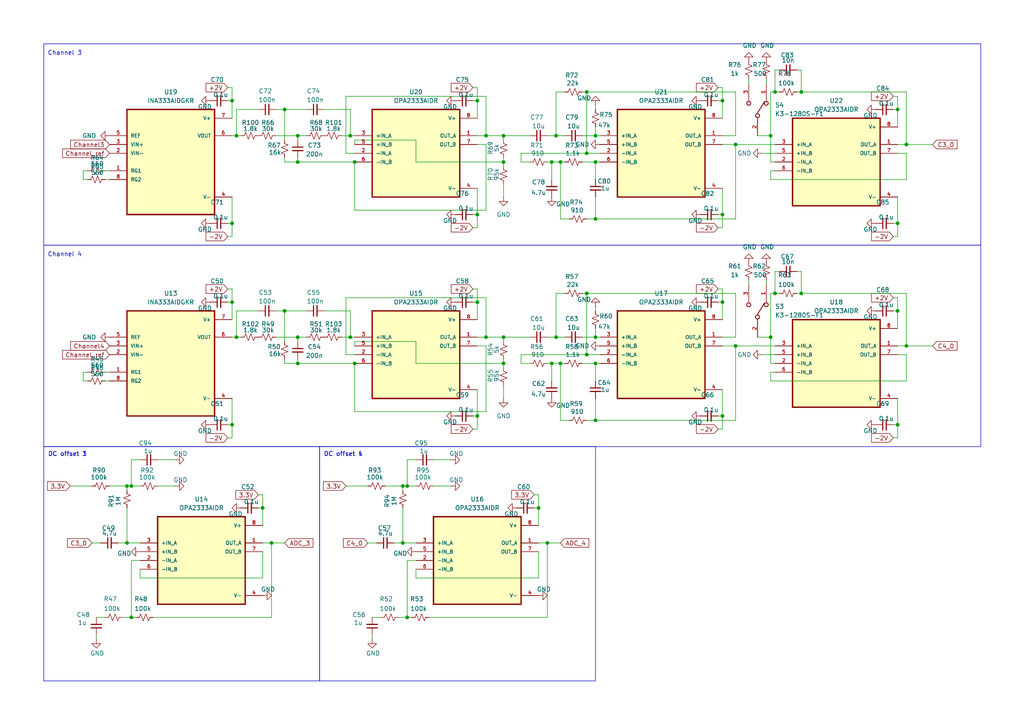
<source format=kicad_sch>
(kicad_sch (version 20231120) (generator "eeschema") (generator_version "8.0")
  (paper "A4")
  (junction (at 86.36 46.99))
  (junction (at 101.6 39.37))
  (junction (at 172.72 121.92))
  (junction (at 82.55 90.17))
  (junction (at 262.89 100.33))
  (junction (at 232.41 26.67))
  (junction (at 67.31 87.63))
  (junction (at 67.31 123.19))
  (junction (at 138.43 62.23))
  (junction (at 146.05 97.79))
  (junction (at 36.83 140.97))
  (junction (at 82.55 31.75))
  (junction (at 38.1 140.97))
  (junction (at 260.35 31.75))
  (junction (at 140.97 97.79))
  (junction (at 223.52 39.37))
  (junction (at 172.72 63.5))
  (junction (at 68.58 39.37))
  (junction (at 86.36 97.79))
  (junction (at 209.55 62.23))
  (junction (at 146.05 39.37))
  (junction (at 116.84 140.97))
  (junction (at 38.1 179.07))
  (junction (at 138.43 87.63))
  (junction (at 260.35 64.77))
  (junction (at 76.2 147.32))
  (junction (at 209.55 87.63))
  (junction (at 262.89 41.91))
  (junction (at 170.18 85.09))
  (junction (at 158.75 157.48))
  (junction (at 162.56 46.99))
  (junction (at 101.6 97.79))
  (junction (at 156.21 147.32))
  (junction (at 162.56 105.41))
  (junction (at 223.52 97.79))
  (junction (at 161.29 39.37))
  (junction (at 102.87 46.99))
  (junction (at 86.36 39.37))
  (junction (at 170.18 44.45))
  (junction (at 260.35 123.19))
  (junction (at 118.11 140.97))
  (junction (at 170.18 102.87))
  (junction (at 161.29 97.79))
  (junction (at 36.83 157.48))
  (junction (at 140.97 39.37))
  (junction (at 172.72 39.37))
  (junction (at 160.02 105.41))
  (junction (at 172.72 97.79))
  (junction (at 118.11 179.07))
  (junction (at 86.36 105.41))
  (junction (at 138.43 120.65))
  (junction (at 260.35 90.17))
  (junction (at 67.31 29.21))
  (junction (at 67.31 64.77))
  (junction (at 138.43 29.21))
  (junction (at 102.87 105.41))
  (junction (at 209.55 120.65))
  (junction (at 160.02 46.99))
  (junction (at 209.55 29.21))
  (junction (at 146.05 105.41))
  (junction (at 170.18 26.67))
  (junction (at 172.72 105.41))
  (junction (at 68.58 97.79))
  (junction (at 224.79 26.67))
  (junction (at 146.05 46.99))
  (junction (at 213.36 41.91))
  (junction (at 232.41 85.09))
  (junction (at 224.79 85.09))
  (junction (at 213.36 100.33))
  (junction (at 78.74 157.48))
  (junction (at 116.84 157.48))
  (junction (at 172.72 46.99))
  (wire (pts (xy 217.17 81.28) (xy 217.17 82.55)))
  (wire (pts (xy 137.16 124.46) (xy 138.43 124.46)))
  (wire (pts (xy 170.18 102.87) (xy 151.13 102.87)))
  (wire (pts (xy 82.55 31.75) (xy 88.9 31.75)))
  (wire (pts (xy 208.28 120.65) (xy 209.55 120.65)))
  (wire (pts (xy 262.89 100.33) (xy 270.51 100.33)))
  (wire (pts (xy 130.81 133.35) (xy 125.73 133.35)))
  (wire (pts (xy 262.89 85.09) (xy 262.89 100.33)))
  (wire (pts (xy 209.55 66.04) (xy 209.55 62.23)))
  (wire (pts (xy 223.52 85.09) (xy 224.79 85.09)))
  (wire (pts (xy 138.43 120.65) (xy 138.43 113.03)))
  (wire (pts (xy 209.55 124.46) (xy 209.55 120.65)))
  (wire (pts (xy 25.4 107.95) (xy 24.13 107.95)))
  (wire (pts (xy 260.35 31.75) (xy 260.35 36.83)))
  (wire (pts (xy 80.01 31.75) (xy 82.55 31.75)))
  (wire (pts (xy 101.6 90.17) (xy 101.6 97.79)))
  (wire (pts (xy 146.05 46.99) (xy 120.65 46.99)))
  (wire (pts (xy 172.72 46.99) (xy 172.72 52.07)))
  (wire (pts (xy 66.04 68.58) (xy 67.31 68.58)))
  (wire (pts (xy 74.93 147.32) (xy 76.2 147.32)))
  (wire (pts (xy 36.83 140.97) (xy 38.1 140.97)))
  (wire (pts (xy 223.52 49.53) (xy 224.79 49.53)))
  (wire (pts (xy 160.02 105.41) (xy 160.02 110.49)))
  (wire (pts (xy 118.11 140.97) (xy 120.65 140.97)))
  (wire (pts (xy 86.36 39.37) (xy 86.36 40.64)))
  (wire (pts (xy 36.83 157.48) (xy 40.64 157.48)))
  (wire (pts (xy 101.6 97.79) (xy 102.87 97.79)))
  (wire (pts (xy 76.2 157.48) (xy 78.74 157.48)))
  (wire (pts (xy 36.83 147.32) (xy 36.83 157.48)))
  (wire (pts (xy 170.18 44.45) (xy 170.18 26.67)))
  (wire (pts (xy 209.55 83.82) (xy 209.55 87.63)))
  (wire (pts (xy 68.58 31.75) (xy 74.93 31.75)))
  (wire (pts (xy 161.29 97.79) (xy 163.83 97.79)))
  (wire (pts (xy 262.89 41.91) (xy 270.51 41.91)))
  (wire (pts (xy 82.55 90.17) (xy 82.55 99.06)))
  (wire (pts (xy 156.21 143.51) (xy 156.21 147.32)))
  (wire (pts (xy 125.73 140.97) (xy 130.81 140.97)))
  (wire (pts (xy 86.36 97.79) (xy 88.9 97.79)))
  (wire (pts (xy 24.13 49.53) (xy 24.13 52.07)))
  (wire (pts (xy 118.11 133.35) (xy 118.11 140.97)))
  (wire (pts (xy 209.55 29.21) (xy 209.55 34.29)))
  (wire (pts (xy 151.13 44.45) (xy 151.13 46.99)))
  (wire (pts (xy 137.16 87.63) (xy 138.43 87.63)))
  (wire (pts (xy 76.2 147.32) (xy 76.2 152.4)))
  (wire (pts (xy 82.55 31.75) (xy 82.55 40.64)))
  (wire (pts (xy 232.41 78.74) (xy 232.41 85.09)))
  (wire (pts (xy 20.32 140.97) (xy 26.67 140.97)))
  (wire (pts (xy 140.97 60.96) (xy 140.97 41.91)))
  (wire (pts (xy 168.91 105.41) (xy 172.72 105.41)))
  (wire (pts (xy 67.31 25.4) (xy 67.31 29.21)))
  (wire (pts (xy 172.72 46.99) (xy 173.99 46.99)))
  (wire (pts (xy 209.55 87.63) (xy 209.55 92.71)))
  (wire (pts (xy 102.87 105.41) (xy 102.87 119.38)))
  (wire (pts (xy 80.01 97.79) (xy 86.36 97.79)))
  (wire (pts (xy 86.36 46.99) (xy 102.87 46.99)))
  (wire (pts (xy 137.16 83.82) (xy 138.43 83.82)))
  (wire (pts (xy 44.45 179.07) (xy 78.74 179.07)))
  (wire (pts (xy 45.72 140.97) (xy 50.8 140.97)))
  (wire (pts (xy 223.52 107.95) (xy 224.79 107.95)))
  (wire (pts (xy 224.79 78.74) (xy 224.79 85.09)))
  (wire (pts (xy 213.36 100.33) (xy 209.55 100.33)))
  (wire (pts (xy 66.04 83.82) (xy 67.31 83.82)))
  (wire (pts (xy 156.21 147.32) (xy 156.21 152.4)))
  (wire (pts (xy 208.28 124.46) (xy 209.55 124.46)))
  (wire (pts (xy 76.2 167.64) (xy 76.2 160.02)))
  (wire (pts (xy 67.31 127) (xy 67.31 123.19)))
  (wire (pts (xy 86.36 104.14) (xy 86.36 105.41)))
  (wire (pts (xy 38.1 179.07) (xy 39.37 179.07)))
  (wire (pts (xy 120.65 105.41) (xy 120.65 99.06)))
  (wire (pts (xy 146.05 45.72) (xy 146.05 46.99)))
  (wire (pts (xy 137.16 62.23) (xy 138.43 62.23)))
  (wire (pts (xy 170.18 102.87) (xy 170.18 85.09)))
  (wire (pts (xy 161.29 26.67) (xy 163.83 26.67)))
  (wire (pts (xy 140.97 97.79) (xy 138.43 97.79)))
  (wire (pts (xy 146.05 39.37) (xy 153.67 39.37)))
  (wire (pts (xy 80.01 39.37) (xy 86.36 39.37)))
  (wire (pts (xy 262.89 41.91) (xy 260.35 41.91)))
  (wire (pts (xy 140.97 86.36) (xy 140.97 97.79)))
  (wire (pts (xy 31.75 49.53) (xy 30.48 49.53)))
  (wire (pts (xy 260.35 64.77) (xy 260.35 57.15)))
  (wire (pts (xy 82.55 45.72) (xy 82.55 46.99)))
  (wire (pts (xy 40.64 162.56) (xy 38.1 162.56)))
  (wire (pts (xy 101.6 31.75) (xy 101.6 39.37)))
  (wire (pts (xy 160.02 46.99) (xy 162.56 46.99)))
  (wire (pts (xy 67.31 39.37) (xy 68.58 39.37)))
  (wire (pts (xy 213.36 41.91) (xy 213.36 63.5)))
  (wire (pts (xy 172.72 90.17) (xy 172.72 88.9)))
  (wire (pts (xy 162.56 46.99) (xy 162.56 63.5)))
  (wire (pts (xy 232.41 85.09) (xy 262.89 85.09)))
  (wire (pts (xy 66.04 64.77) (xy 67.31 64.77)))
  (wire (pts (xy 231.14 26.67) (xy 232.41 26.67)))
  (wire (pts (xy 146.05 105.41) (xy 120.65 105.41)))
  (wire (pts (xy 99.06 97.79) (xy 101.6 97.79)))
  (wire (pts (xy 24.13 52.07) (xy 25.4 52.07)))
  (wire (pts (xy 86.36 39.37) (xy 88.9 39.37)))
  (wire (pts (xy 78.74 179.07) (xy 78.74 157.48)))
  (wire (pts (xy 224.79 46.99) (xy 223.52 46.99)))
  (wire (pts (xy 170.18 85.09) (xy 213.36 85.09)))
  (wire (pts (xy 140.97 39.37) (xy 138.43 39.37)))
  (wire (pts (xy 168.91 39.37) (xy 172.72 39.37)))
  (wire (pts (xy 158.75 105.41) (xy 160.02 105.41)))
  (wire (pts (xy 162.56 46.99) (xy 163.83 46.99)))
  (wire (pts (xy 27.94 185.42) (xy 27.94 184.15)))
  (wire (pts (xy 172.72 105.41) (xy 172.72 110.49)))
  (wire (pts (xy 67.31 87.63) (xy 67.31 92.71)))
  (wire (pts (xy 259.08 27.94) (xy 260.35 27.94)))
  (wire (pts (xy 260.35 68.58) (xy 260.35 64.77)))
  (wire (pts (xy 68.58 97.79) (xy 69.85 97.79)))
  (wire (pts (xy 223.52 52.07) (xy 262.89 52.07)))
  (wire (pts (xy 259.08 127) (xy 260.35 127)))
  (wire (pts (xy 172.72 121.92) (xy 213.36 121.92)))
  (wire (pts (xy 66.04 25.4) (xy 67.31 25.4)))
  (wire (pts (xy 161.29 85.09) (xy 163.83 85.09)))
  (wire (pts (xy 30.48 110.49) (xy 31.75 110.49)))
  (wire (pts (xy 172.72 97.79) (xy 173.99 97.79)))
  (wire (pts (xy 170.18 63.5) (xy 172.72 63.5)))
  (wire (pts (xy 260.35 102.87) (xy 262.89 102.87)))
  (wire (pts (xy 223.52 85.09) (xy 223.52 97.79)))
  (wire (pts (xy 102.87 44.45) (xy 100.33 44.45)))
  (wire (pts (xy 172.72 36.83) (xy 172.72 39.37)))
  (wire (pts (xy 208.28 29.21) (xy 209.55 29.21)))
  (wire (pts (xy 82.55 46.99) (xy 86.36 46.99)))
  (wire (pts (xy 68.58 90.17) (xy 68.58 97.79)))
  (wire (pts (xy 93.98 90.17) (xy 101.6 90.17)))
  (wire (pts (xy 106.68 157.48) (xy 109.22 157.48)))
  (wire (pts (xy 138.43 87.63) (xy 138.43 92.71)))
  (wire (pts (xy 224.79 26.67) (xy 226.06 26.67)))
  (wire (pts (xy 100.33 27.94) (xy 140.97 27.94)))
  (wire (pts (xy 102.87 60.96) (xy 140.97 60.96)))
  (wire (pts (xy 67.31 97.79) (xy 68.58 97.79)))
  (wire (pts (xy 161.29 39.37) (xy 161.29 26.67)))
  (wire (pts (xy 124.46 179.07) (xy 158.75 179.07)))
  (wire (pts (xy 208.28 87.63) (xy 209.55 87.63)))
  (wire (pts (xy 154.94 143.51) (xy 156.21 143.51)))
  (wire (pts (xy 213.36 97.79) (xy 209.55 97.79)))
  (wire (pts (xy 213.36 26.67) (xy 213.36 39.37)))
  (wire (pts (xy 146.05 97.79) (xy 146.05 99.06)))
  (wire (pts (xy 107.95 185.42) (xy 107.95 184.15)))
  (wire (pts (xy 259.08 64.77) (xy 260.35 64.77)))
  (wire (pts (xy 146.05 46.99) (xy 146.05 48.26)))
  (wire (pts (xy 38.1 162.56) (xy 38.1 179.07)))
  (wire (pts (xy 224.79 20.32) (xy 224.79 26.67)))
  (wire (pts (xy 213.36 100.33) (xy 213.36 121.92)))
  (wire (pts (xy 76.2 143.51) (xy 76.2 147.32)))
  (wire (pts (xy 66.04 127) (xy 67.31 127)))
  (wire (pts (xy 172.72 63.5) (xy 213.36 63.5)))
  (wire (pts (xy 40.64 165.1) (xy 40.64 167.64)))
  (wire (pts (xy 100.33 102.87) (xy 100.33 86.36)))
  (wire (pts (xy 24.13 110.49) (xy 25.4 110.49)))
  (wire (pts (xy 31.75 107.95) (xy 30.48 107.95)))
  (wire (pts (xy 231.14 78.74) (xy 232.41 78.74)))
  (wire (pts (xy 223.52 52.07) (xy 223.52 49.53)))
  (wire (pts (xy 173.99 44.45) (xy 170.18 44.45)))
  (wire (pts (xy 223.52 26.67) (xy 223.52 39.37)))
  (wire (pts (xy 66.04 123.19) (xy 67.31 123.19)))
  (wire (pts (xy 38.1 140.97) (xy 40.64 140.97)))
  (wire (pts (xy 223.52 110.49) (xy 262.89 110.49)))
  (wire (pts (xy 158.75 46.99) (xy 160.02 46.99)))
  (wire (pts (xy 262.89 44.45) (xy 262.89 52.07)))
  (wire (pts (xy 146.05 97.79) (xy 153.67 97.79)))
  (wire (pts (xy 232.41 26.67) (xy 262.89 26.67)))
  (wire (pts (xy 114.3 157.48) (xy 116.84 157.48)))
  (wire (pts (xy 226.06 20.32) (xy 224.79 20.32)))
  (wire (pts (xy 156.21 157.48) (xy 158.75 157.48)))
  (wire (pts (xy 120.65 99.06) (xy 102.87 99.06)))
  (wire (pts (xy 219.71 39.37) (xy 223.52 39.37)))
  (wire (pts (xy 67.31 83.82) (xy 67.31 87.63)))
  (wire (pts (xy 120.65 46.99) (xy 120.65 40.64)))
  (wire (pts (xy 138.43 83.82) (xy 138.43 87.63)))
  (wire (pts (xy 208.28 25.4) (xy 209.55 25.4)))
  (wire (pts (xy 158.75 97.79) (xy 161.29 97.79)))
  (wire (pts (xy 100.33 44.45) (xy 100.33 27.94)))
  (wire (pts (xy 140.97 100.33) (xy 138.43 100.33)))
  (wire (pts (xy 138.43 25.4) (xy 138.43 29.21)))
  (wire (pts (xy 262.89 100.33) (xy 260.35 100.33)))
  (wire (pts (xy 259.08 68.58) (xy 260.35 68.58)))
  (wire (pts (xy 259.08 31.75) (xy 260.35 31.75)))
  (wire (pts (xy 158.75 179.07) (xy 158.75 157.48)))
  (wire (pts (xy 80.01 90.17) (xy 82.55 90.17)))
  (wire (pts (xy 173.99 102.87) (xy 170.18 102.87)))
  (wire (pts (xy 156.21 167.64) (xy 156.21 160.02)))
  (wire (pts (xy 25.4 49.53) (xy 24.13 49.53)))
  (wire (pts (xy 116.84 157.48) (xy 120.65 157.48)))
  (wire (pts (xy 170.18 26.67) (xy 213.36 26.67)))
  (wire (pts (xy 213.36 41.91) (xy 224.79 41.91)))
  (wire (pts (xy 162.56 121.92) (xy 165.1 121.92)))
  (wire (pts (xy 260.35 86.36) (xy 260.35 90.17)))
  (wire (pts (xy 137.16 25.4) (xy 138.43 25.4)))
  (wire (pts (xy 35.56 179.07) (xy 38.1 179.07)))
  (wire (pts (xy 213.36 39.37) (xy 209.55 39.37)))
  (wire (pts (xy 78.74 157.48) (xy 82.55 157.48)))
  (wire (pts (xy 151.13 105.41) (xy 153.67 105.41)))
  (wire (pts (xy 120.65 40.64) (xy 102.87 40.64)))
  (wire (pts (xy 223.52 110.49) (xy 223.52 107.95)))
  (wire (pts (xy 260.35 123.19) (xy 260.35 115.57)))
  (wire (pts (xy 222.25 81.28) (xy 222.25 82.55)))
  (wire (pts (xy 138.43 62.23) (xy 138.43 54.61)))
  (wire (pts (xy 172.72 115.57) (xy 172.72 121.92)))
  (wire (pts (xy 222.25 22.86) (xy 222.25 24.13)))
  (wire (pts (xy 170.18 121.92) (xy 172.72 121.92)))
  (wire (pts (xy 209.55 120.65) (xy 209.55 113.03)))
  (wire (pts (xy 115.57 179.07) (xy 118.11 179.07)))
  (wire (pts (xy 158.75 157.48) (xy 162.56 157.48)))
  (wire (pts (xy 172.72 105.41) (xy 173.99 105.41)))
  (wire (pts (xy 232.41 20.32) (xy 232.41 26.67)))
  (wire (pts (xy 146.05 104.14) (xy 146.05 105.41)))
  (wire (pts (xy 118.11 162.56) (xy 118.11 179.07)))
  (wire (pts (xy 220.98 102.87) (xy 224.79 102.87)))
  (wire (pts (xy 260.35 44.45) (xy 262.89 44.45)))
  (wire (pts (xy 24.13 107.95) (xy 24.13 110.49)))
  (wire (pts (xy 224.79 105.41) (xy 223.52 105.41)))
  (wire (pts (xy 172.72 39.37) (xy 173.99 39.37)))
  (wire (pts (xy 208.28 62.23) (xy 209.55 62.23)))
  (wire (pts (xy 74.93 143.51) (xy 76.2 143.51)))
  (wire (pts (xy 224.79 85.09) (xy 226.06 85.09)))
  (wire (pts (xy 231.14 20.32) (xy 232.41 20.32)))
  (wire (pts (xy 101.6 39.37) (xy 102.87 39.37)))
  (wire (pts (xy 260.35 27.94) (xy 260.35 31.75)))
  (wire (pts (xy 226.06 78.74) (xy 224.79 78.74)))
  (wire (pts (xy 82.55 90.17) (xy 88.9 90.17)))
  (wire (pts (xy 102.87 102.87) (xy 100.33 102.87)))
  (wire (pts (xy 160.02 46.99) (xy 160.02 52.07)))
  (wire (pts (xy 170.18 44.45) (xy 151.13 44.45)))
  (wire (pts (xy 151.13 102.87) (xy 151.13 105.41)))
  (wire (pts (xy 93.98 31.75) (xy 101.6 31.75)))
  (wire (pts (xy 68.58 39.37) (xy 69.85 39.37)))
  (wire (pts (xy 160.02 105.41) (xy 162.56 105.41)))
  (wire (pts (xy 262.89 102.87) (xy 262.89 110.49)))
  (wire (pts (xy 138.43 29.21) (xy 138.43 34.29)))
  (wire (pts (xy 107.95 179.07) (xy 110.49 179.07)))
  (wire (pts (xy 158.75 39.37) (xy 161.29 39.37)))
  (wire (pts (xy 161.29 97.79) (xy 161.29 85.09)))
  (wire (pts (xy 260.35 90.17) (xy 260.35 95.25)))
  (wire (pts (xy 146.05 39.37) (xy 146.05 40.64)))
  (wire (pts (xy 162.56 105.41) (xy 163.83 105.41)))
  (wire (pts (xy 137.16 120.65) (xy 138.43 120.65)))
  (wire (pts (xy 260.35 127) (xy 260.35 123.19)))
  (wire (pts (xy 172.72 31.75) (xy 172.72 30.48)))
  (wire (pts (xy 86.36 97.79) (xy 86.36 99.06)))
  (wire (pts (xy 66.04 87.63) (xy 67.31 87.63)))
  (wire (pts (xy 40.64 133.35) (xy 38.1 133.35)))
  (wire (pts (xy 168.91 46.99) (xy 172.72 46.99)))
  (wire (pts (xy 209.55 25.4) (xy 209.55 29.21)))
  (wire (pts (xy 231.14 85.09) (xy 232.41 85.09)))
  (wire (pts (xy 213.36 85.09) (xy 213.36 97.79)))
  (wire (pts (xy 100.33 86.36) (xy 140.97 86.36)))
  (wire (pts (xy 168.91 26.67) (xy 170.18 26.67)))
  (wire (pts (xy 116.84 140.97) (xy 118.11 140.97)))
  (wire (pts (xy 168.91 85.09) (xy 170.18 85.09)))
  (wire (pts (xy 213.36 41.91) (xy 209.55 41.91)))
  (wire (pts (xy 118.11 179.07) (xy 119.38 179.07)))
  (wire (pts (xy 99.06 39.37) (xy 101.6 39.37)))
  (wire (pts (xy 111.76 140.97) (xy 116.84 140.97)))
  (wire (pts (xy 116.84 147.32) (xy 116.84 157.48)))
  (wire (pts (xy 154.94 147.32) (xy 156.21 147.32)))
  (wire (pts (xy 67.31 123.19) (xy 67.31 115.57)))
  (wire (pts (xy 220.98 44.45) (xy 224.79 44.45)))
  (wire (pts (xy 162.56 105.41) (xy 162.56 121.92)))
  (wire (pts (xy 140.97 41.91) (xy 138.43 41.91)))
  (wire (pts (xy 102.87 40.64) (xy 102.87 41.91)))
  (wire (pts (xy 219.71 97.79) (xy 223.52 97.79)))
  (wire (pts (xy 116.84 140.97) (xy 116.84 142.24)))
  (wire (pts (xy 67.31 29.21) (xy 67.31 34.29)))
  (wire (pts (xy 140.97 27.94) (xy 140.97 39.37)))
  (wire (pts (xy 146.05 105.41) (xy 146.05 106.68)))
  (wire (pts (xy 138.43 66.04) (xy 138.43 62.23)))
  (wire (pts (xy 259.08 123.19) (xy 260.35 123.19)))
  (wire (pts (xy 68.58 31.75) (xy 68.58 39.37)))
  (wire (pts (xy 120.65 165.1) (xy 120.65 167.64)))
  (wire (pts (xy 223.52 26.67) (xy 224.79 26.67)))
  (wire (pts (xy 102.87 46.99) (xy 102.87 60.96)))
  (wire (pts (xy 262.89 26.67) (xy 262.89 41.91)))
  (wire (pts (xy 168.91 97.79) (xy 172.72 97.79)))
  (wire (pts (xy 161.29 39.37) (xy 163.83 39.37)))
  (wire (pts (xy 30.48 52.07) (xy 31.75 52.07)))
  (wire (pts (xy 223.52 97.79) (xy 223.52 105.41)))
  (wire (pts (xy 146.05 111.76) (xy 146.05 115.57)))
  (wire (pts (xy 137.16 66.04) (xy 138.43 66.04)))
  (wire (pts (xy 100.33 140.97) (xy 106.68 140.97)))
  (wire (pts (xy 102.87 119.38) (xy 140.97 119.38)))
  (wire (pts (xy 40.64 167.64) (xy 76.2 167.64)))
  (wire (pts (xy 140.97 119.38) (xy 140.97 100.33)))
  (wire (pts (xy 38.1 133.35) (xy 38.1 140.97)))
  (wire (pts (xy 162.56 63.5) (xy 165.1 63.5)))
  (wire (pts (xy 27.94 179.07) (xy 30.48 179.07)))
  (wire (pts (xy 34.29 157.48) (xy 36.83 157.48)))
  (wire (pts (xy 82.55 105.41) (xy 86.36 105.41)))
  (wire (pts (xy 120.65 162.56) (xy 118.11 162.56)))
  (wire (pts (xy 151.13 46.99) (xy 153.67 46.99)))
  (wire (pts (xy 140.97 97.79) (xy 146.05 97.79)))
  (wire (pts (xy 172.72 57.15) (xy 172.72 63.5)))
  (wire (pts (xy 259.08 90.17) (xy 260.35 90.17)))
  (wire (pts (xy 66.04 29.21) (xy 67.31 29.21)))
  (wire (pts (xy 209.55 62.23) (xy 209.55 54.61)))
  (wire (pts (xy 208.28 66.04) (xy 209.55 66.04)))
  (wire (pts (xy 82.55 104.14) (xy 82.55 105.41)))
  (wire (pts (xy 86.36 45.72) (xy 86.36 46.99)))
  (wire (pts (xy 223.52 39.37) (xy 223.52 46.99)))
  (wire (pts (xy 102.87 99.06) (xy 102.87 100.33)))
  (wire (pts (xy 172.72 95.25) (xy 172.72 97.79)))
  (wire (pts (xy 208.28 83.82) (xy 209.55 83.82)))
  (wire (pts (xy 67.31 64.77) (xy 67.31 57.15)))
  (wire (pts (xy 50.8 133.35) (xy 45.72 133.35)))
  (wire (pts (xy 138.43 124.46) (xy 138.43 120.65)))
  (wire (pts (xy 213.36 100.33) (xy 224.79 100.33)))
  (wire (pts (xy 140.97 39.37) (xy 146.05 39.37)))
  (wire (pts (xy 31.75 140.97) (xy 36.83 140.97)))
  (wire (pts (xy 120.65 133.35) (xy 118.11 133.35)))
  (wire (pts (xy 67.31 68.58) (xy 67.31 64.77)))
  (wire (pts (xy 259.08 86.36) (xy 260.35 86.36)))
  (wire (pts (xy 68.58 90.17) (xy 74.93 90.17)))
  (wire (pts (xy 217.17 22.86) (xy 217.17 24.13)))
  (wire (pts (xy 137.16 29.21) (xy 138.43 29.21)))
  (wire (pts (xy 36.83 140.97) (xy 36.83 142.24)))
  (wire (pts (xy 120.65 167.64) (xy 156.21 167.64)))
  (wire (pts (xy 26.67 157.48) (xy 29.21 157.48)))
  (wire (pts (xy 146.05 53.34) (xy 146.05 57.15)))
  (wire (pts (xy 86.36 105.41) (xy 102.87 105.41)))
  (rectangle (start 12.7 71.12) (end 284.48 129.54))
  (rectangle (start 92.71 129.54) (end 172.72 197.485))
  (rectangle (start 12.7 12.7) (end 284.48 71.12))
  (rectangle (start 12.7 129.54) (end 92.71 197.485))
  (text "DC offset 3" (at 19.558 131.826 0) (effects (font (size 1.27 1.27))))
  (text "DC offset 4" (at 99.568 131.826 0) (effects (font (size 1.27 1.27))))
  (text "DC offset 1" (at 99.568 131.826 0) (effects (font (size 1.27 1.27))))
  (text "Channel 3\n" (at 18.796 15.494 0) (effects (font (size 1.27 1.27))))
  (text "DC offset 1" (at 19.558 131.826 0) (effects (font (size 1.27 1.27))))
  (text "Channel 4\n" (at 18.796 73.914 0) (effects (font (size 1.27 1.27))))
  (global_label "3.3V" (shape input) (at 74.93 143.51 180) (property "Intersheetrefs" "${INTERSHEET_REFS}" (effects (hide yes))))
  (global_label "C4_0" (shape input) (at 106.68 157.48 180) (property "Intersheetrefs" "${INTERSHEET_REFS}" (effects (hide yes))))
  (global_label "-2V" (shape input) (at 137.16 124.46 180) (property "Intersheetrefs" "${INTERSHEET_REFS}" (effects (hide yes))))
  (global_label "-2V" (shape input) (at 66.04 127 180) (property "Intersheetrefs" "${INTERSHEET_REFS}" (effects (hide yes))))
  (global_label "-2V" (shape input) (at 137.16 66.04 180) (property "Intersheetrefs" "${INTERSHEET_REFS}" (effects (hide yes))))
  (global_label "3.3V" (shape input) (at 20.32 140.97 180) (property "Intersheetrefs" "${INTERSHEET_REFS}" (effects (hide yes))))
  (global_label "Channel4" (shape input) (at 31.75 100.33 180) (property "Intersheetrefs" "${INTERSHEET_REFS}" (effects (hide yes))))
  (global_label "-2V" (shape input) (at 66.04 68.58 180) (property "Intersheetrefs" "${INTERSHEET_REFS}" (effects (hide yes))))
  (global_label "+2V" (shape input) (at 66.04 25.4 180) (property "Intersheetrefs" "${INTERSHEET_REFS}" (effects (hide yes))))
  (global_label "3.3V" (shape input) (at 154.94 143.51 180) (property "Intersheetrefs" "${INTERSHEET_REFS}" (effects (hide yes))))
  (global_label "C3_0" (shape input) (at 26.67 157.48 180) (property "Intersheetrefs" "${INTERSHEET_REFS}" (effects (hide yes))))
  (global_label "-2V" (shape input) (at 259.08 68.58 180) (property "Intersheetrefs" "${INTERSHEET_REFS}" (effects (hide yes))))
  (global_label "-2V" (shape input) (at 208.28 124.46 180) (property "Intersheetrefs" "${INTERSHEET_REFS}" (effects (hide yes))))
  (global_label "ADC_4" (shape input) (at 162.56 157.48 0) (property "Intersheetrefs" "${INTERSHEET_REFS}" (effects (hide yes))))
  (global_label "Channel_ref" (shape input) (at 31.75 44.45 180) (property "Intersheetrefs" "${INTERSHEET_REFS}" (effects (hide yes))))
  (global_label "3.3V" (shape input) (at 100.33 140.97 180) (property "Intersheetrefs" "${INTERSHEET_REFS}" (effects (hide yes))))
  (global_label "+2V" (shape input) (at 259.08 86.36 180) (property "Intersheetrefs" "${INTERSHEET_REFS}" (effects (hide yes))))
  (global_label "+2V" (shape input) (at 208.28 25.4 180) (property "Intersheetrefs" "${INTERSHEET_REFS}" (effects (hide yes))))
  (global_label "+2V" (shape input) (at 259.08 27.94 180) (property "Intersheetrefs" "${INTERSHEET_REFS}" (effects (hide yes))))
  (global_label "+2V" (shape input) (at 208.28 83.82 180) (property "Intersheetrefs" "${INTERSHEET_REFS}" (effects (hide yes))))
  (global_label "Channel_ref" (shape input) (at 31.75 102.87 180) (property "Intersheetrefs" "${INTERSHEET_REFS}" (effects (hide yes))))
  (global_label "Channel3" (shape input) (at 31.75 41.91 180) (property "Intersheetrefs" "${INTERSHEET_REFS}" (effects (hide yes))))
  (global_label "-2V" (shape input) (at 259.08 127 180) (property "Intersheetrefs" "${INTERSHEET_REFS}" (effects (hide yes))))
  (global_label "+2V" (shape input) (at 66.04 83.82 180) (property "Intersheetrefs" "${INTERSHEET_REFS}" (effects (hide yes))))
  (global_label "C4_0" (shape input) (at 270.51 100.33 0) (property "Intersheetrefs" "${INTERSHEET_REFS}" (effects (hide yes))))
  (global_label "C3_0" (shape input) (at 270.51 41.91 0) (property "Intersheetrefs" "${INTERSHEET_REFS}" (effects (hide yes))))
  (global_label "-2V" (shape input) (at 208.28 66.04 180) (property "Intersheetrefs" "${INTERSHEET_REFS}" (effects (hide yes))))
  (global_label "+2V" (shape input) (at 137.16 25.4 180) (property "Intersheetrefs" "${INTERSHEET_REFS}" (effects (hide yes))))
  (global_label "ADC_3" (shape input) (at 82.55 157.48 0) (property "Intersheetrefs" "${INTERSHEET_REFS}" (effects (hide yes))))
  (global_label "+2V" (shape input) (at 137.16 83.82 180) (property "Intersheetrefs" "${INTERSHEET_REFS}" (effects (hide yes))))
  (symbol (lib_id "Device:R_Small_US") (at 27.94 107.95 270) (unit 1)
    (property "Reference" "R45" (at 28.194 104.14 90))
    (property "Value" "560" (at 28.194 105.918 90))
    (property "Footprint" "Resistor_SMD:R_0805_2012Metric" (effects (hide yes)))
    (property "Description" "Resistor, small US symbol" (effects (hide yes)))
  )
  (symbol (lib_id "Device:C_Small") (at 256.54 123.19 90) (unit 1)
    (property "Reference" "C69" (at 256.032 117.094 90))
    (property "Value" "0.1u" (at 257.048 121.412 90))
    (property "Footprint" "Capacitor_SMD:C_0805_2012Metric" (effects (hide yes)))
    (property "Description" "Unpolarized capacitor, small symbol" (effects (hide yes)))
  )
  (symbol (lib_id "OPA2333AIDR:OPA2333AIDR") (at 242.57 105.41 0) (unit 1)
    (property "Reference" "U18" (at 242.57 87.63 0))
    (property "Value" "OPA2333AIDR" (at 242.57 90.17 0))
    (property "Footprint" "my_footprints:SOIC127P599X175-8N" (effects (hide yes)))
  )
  (symbol (lib_id "power:GND") (at 203.2 120.65 270) (unit 1)
    (property "Reference" "#PWR071" (effects (hide yes)))
    (property "Value" "GND" (at 203.708 122.428 90) (effects (justify right)))
    (property "Description" "Power symbol creates a global label with name \"GND\" , ground" (effects (hide yes)))
  )
  (symbol (lib_id "Device:C_Small") (at 63.5 64.77 90) (unit 1)
    (property "Reference" "C71" (at 62.992 58.674 90))
    (property "Value" "0.1u" (at 64.008 62.992 90))
    (property "Footprint" "Capacitor_SMD:C_0805_2012Metric" (effects (hide yes)))
    (property "Description" "Unpolarized capacitor, small symbol" (effects (hide yes)))
  )
  (symbol (lib_id "Device:C_Small") (at 166.37 39.37 90) (unit 1)
    (property "Reference" "C79" (at 165.862 34.036 90))
    (property "Value" "10u" (at 166.37 36.576 90))
    (property "Footprint" "Capacitor_SMD:C_0805_2012Metric" (effects (hide yes)))
    (property "Description" "Unpolarized capacitor, small symbol" (effects (hide yes)))
  )
  (symbol (lib_id "power:GND") (at 203.2 87.63 270) (unit 1)
    (property "Reference" "#PWR070" (effects (hide yes)))
    (property "Value" "GND" (at 203.708 89.408 90) (effects (justify right)))
    (property "Description" "Power symbol creates a global label with name \"GND\" , ground" (effects (hide yes)))
  )
  (symbol (lib_id "Device:C_Small") (at 205.74 62.23 90) (unit 1)
    (property "Reference" "C82" (at 205.232 56.134 90))
    (property "Value" "0.1u" (at 206.248 60.452 90))
    (property "Footprint" "Capacitor_SMD:C_0805_2012Metric" (effects (hide yes)))
    (property "Description" "Unpolarized capacitor, small symbol" (effects (hide yes)))
  )
  (symbol (lib_id "Device:C_Small") (at 160.02 113.03 180) (unit 1)
    (property "Reference" "C62" (at 156.21 111.252 0))
    (property "Value" "4.7u" (at 156.21 114.3 0))
    (property "Footprint" "Capacitor_SMD:C_0805_2012Metric" (effects (hide yes)))
    (property "Description" "Unpolarized capacitor, small symbol" (effects (hide yes)))
  )
  (symbol (lib_id "Device:C_Small") (at 63.5 123.19 90) (unit 1)
    (property "Reference" "C51" (at 62.992 117.094 90))
    (property "Value" "0.1u" (at 64.008 121.412 90))
    (property "Footprint" "Capacitor_SMD:C_0805_2012Metric" (effects (hide yes)))
    (property "Description" "Unpolarized capacitor, small symbol" (effects (hide yes)))
  )
  (symbol (lib_id "Device:R_Small_US") (at 166.37 46.99 90) (unit 1)
    (property "Reference" "R73" (at 165.862 42.164 90))
    (property "Value" "1.1k" (at 166.116 44.45 90))
    (property "Footprint" "Resistor_SMD:R_0603_1608Metric" (effects (hide yes)))
    (property "Description" "Resistor, small US symbol" (effects (hide yes)))
  )
  (symbol (lib_id "Device:R_Small_US") (at 77.47 97.79 270) (unit 1)
    (property "Reference" "R49" (at 77.724 93.98 90))
    (property "Value" "30k" (at 77.724 95.758 90))
    (property "Footprint" "Resistor_SMD:R_0805_2012Metric" (effects (hide yes)))
    (property "Description" "Resistor, small US symbol" (effects (hide yes)))
  )
  (symbol (lib_id "power:GND") (at 156.21 172.72 90) (unit 1)
    (property "Reference" "#PWR066" (effects (hide yes)))
    (property "Value" "GND" (at 155.702 170.942 90) (effects (justify right)))
    (property "Description" "Power symbol creates a global label with name \"GND\" , ground" (effects (hide yes)))
  )
  (symbol (lib_id "Device:C_Small") (at 91.44 90.17 90) (unit 1)
    (property "Reference" "C55" (at 90.932 84.836 90))
    (property "Value" "100n" (at 91.44 87.376 90))
    (property "Footprint" "Capacitor_SMD:C_0805_2012Metric" (effects (hide yes)))
    (property "Description" "Unpolarized capacitor, small symbol" (effects (hide yes)))
  )
  (symbol (lib_id "power:GND") (at 60.96 29.21 270) (unit 1)
    (property "Reference" "#PWR078" (effects (hide yes)))
    (property "Value" "GND" (at 61.468 30.988 90) (effects (justify right)))
    (property "Description" "Power symbol creates a global label with name \"GND\" , ground" (effects (hide yes)))
  )
  (symbol (lib_id "Device:C_Small") (at 166.37 97.79 90) (unit 1)
    (property "Reference" "C63" (at 165.862 92.456 90))
    (property "Value" "10u" (at 166.37 94.996 90))
    (property "Footprint" "Capacitor_SMD:C_0805_2012Metric" (effects (hide yes)))
    (property "Description" "Unpolarized capacitor, small symbol" (effects (hide yes)))
  )
  (symbol (lib_id "power:GND") (at 222.25 17.78 180) (unit 1)
    (property "Reference" "#PWR090" (effects (hide yes)))
    (property "Value" "GND" (at 222.504 13.208 0))
    (property "Description" "Power symbol creates a global label with name \"GND\" , ground" (effects (hide yes)))
  )
  (symbol (lib_id "power:GND") (at 254 123.19 270) (unit 1)
    (property "Reference" "#PWR076" (effects (hide yes)))
    (property "Value" "GND" (at 254.508 124.968 90) (effects (justify right)))
    (property "Description" "Power symbol creates a global label with name \"GND\" , ground" (effects (hide yes)))
  )
  (symbol (lib_id "power:GND") (at 69.85 147.32 270) (unit 1)
    (property "Reference" "#PWR058" (effects (hide yes)))
    (property "Value" "GND" (at 70.358 149.098 90) (effects (justify right)))
    (property "Description" "Power symbol creates a global label with name \"GND\" , ground" (effects (hide yes)))
  )
  (symbol (lib_id "power:GND") (at 107.95 185.42 0) (unit 1)
    (property "Reference" "#PWR060" (effects (hide yes)))
    (property "Value" "GND" (at 108.204 189.484 0))
    (property "Description" "Power symbol creates a global label with name \"GND\" , ground" (effects (hide yes)))
  )
  (symbol (lib_id "OPA2333AIDR:OPA2333AIDR") (at 120.65 102.87 0) (unit 1)
    (property "Reference" "U15" (at 120.65 85.09 0))
    (property "Value" "OPA2333AIDR" (at 120.65 87.63 0))
    (property "Footprint" "my_footprints:SOIC127P599X175-8N" (effects (hide yes)))
  )
  (symbol (lib_id "power:GND") (at 160.02 57.15 0) (unit 1)
    (property "Reference" "#PWR083" (effects (hide yes)))
    (property "Value" "GND" (at 163.322 59.182 0))
    (property "Description" "Power symbol creates a global label with name \"GND\" , ground" (effects (hide yes)))
  )
  (symbol (lib_id "power:GND") (at 60.96 87.63 270) (unit 1)
    (property "Reference" "#PWR056" (effects (hide yes)))
    (property "Value" "GND" (at 61.468 89.408 90) (effects (justify right)))
    (property "Description" "Power symbol creates a global label with name \"GND\" , ground" (effects (hide yes)))
  )
  (symbol (lib_id "Device:R_Small_US") (at 27.94 52.07 270) (unit 1)
    (property "Reference" "R65" (at 28.194 48.26 90))
    (property "Value" "560" (at 28.194 50.038 90))
    (property "Footprint" "Resistor_SMD:R_0805_2012Metric" (effects (hide yes)))
    (property "Description" "Resistor, small US symbol" (effects (hide yes)))
  )
  (symbol (lib_id "Device:R_Small_US") (at 123.19 140.97 90) (unit 1)
    (property "Reference" "R95" (at 122.682 136.398 90))
    (property "Value" "100k" (at 122.682 138.43 90))
    (property "Footprint" "Resistor_SMD:R_0603_1608Metric" (effects (hide yes)))
    (property "Description" "Resistor, small US symbol" (effects (hide yes)))
  )
  (symbol (lib_id "Device:R_Small_US") (at 166.37 85.09 90) (unit 1)
    (property "Reference" "R57" (at 165.862 80.264 90))
    (property "Value" "22k" (at 166.116 82.55 90))
    (property "Footprint" "Resistor_SMD:R_0805_2012Metric" (effects (hide yes)))
    (property "Description" "Resistor, small US symbol" (effects (hide yes)))
  )
  (symbol (lib_id "power:GND") (at 220.98 44.45 270) (unit 1)
    (property "Reference" "#PWR089" (effects (hide yes)))
    (property "Value" "GND" (at 215.9 44.45 90))
    (property "Description" "Power symbol creates a global label with name \"GND\" , ground" (effects (hide yes)))
  )
  (symbol (lib_id "Device:C_Small") (at 91.44 31.75 90) (unit 1)
    (property "Reference" "C74" (at 90.932 26.416 90))
    (property "Value" "100n" (at 91.44 28.956 90))
    (property "Footprint" "Capacitor_SMD:C_0805_2012Metric" (effects (hide yes)))
    (property "Description" "Unpolarized capacitor, small symbol" (effects (hide yes)))
  )
  (symbol (lib_id "Device:C_Small") (at 31.75 157.48 90) (unit 1)
    (property "Reference" "C49" (at 31.496 153.162 90))
    (property "Value" "4.7u" (at 31.75 154.686 90))
    (property "Footprint" "Capacitor_SMD:C_0805_2012Metric" (effects (hide yes)))
    (property "Description" "Unpolarized capacitor, small symbol" (effects (hide yes)))
  )
  (symbol (lib_id "OPA2333AIDR:OPA2333AIDR") (at 242.57 46.99 0) (unit 1)
    (property "Reference" "U22" (at 242.57 29.21 0))
    (property "Value" "OPA2333AIDR" (at 242.57 31.75 0))
    (property "Footprint" "my_footprints:SOIC127P599X175-8N" (effects (hide yes)))
  )
  (symbol (lib_id "power:GND") (at 60.96 123.19 270) (unit 1)
    (property "Reference" "#PWR057" (effects (hide yes)))
    (property "Value" "GND" (at 61.468 124.968 90) (effects (justify right)))
    (property "Description" "Power symbol creates a global label with name \"GND\" , ground" (effects (hide yes)))
  )
  (symbol (lib_id "OPA2333AIDR:OPA2333AIDR") (at 120.65 44.45 0) (unit 1)
    (property "Reference" "U20" (at 120.65 26.67 0))
    (property "Value" "OPA2333AIDR" (at 120.65 29.21 0))
    (property "Footprint" "my_footprints:SOIC127P599X175-8N" (effects (hide yes)))
  )
  (symbol (lib_id "Device:R_Small_US") (at 27.94 49.53 270) (unit 1)
    (property "Reference" "R64" (at 28.194 45.72 90))
    (property "Value" "560" (at 28.194 47.498 90))
    (property "Footprint" "Resistor_SMD:R_0805_2012Metric" (effects (hide yes)))
    (property "Description" "Resistor, small US symbol" (effects (hide yes)))
  )
  (symbol (lib_id "power:GND") (at 172.72 88.9 180) (unit 1)
    (property "Reference" "#PWR068" (effects (hide yes)))
    (property "Value" "GND" (at 169.418 86.868 0))
    (property "Description" "Power symbol creates a global label with name \"GND\" , ground" (effects (hide yes)))
  )
  (symbol (lib_id "power:GND") (at 50.8 133.35 90) (unit 1)
    (property "Reference" "#PWR0109" (effects (hide yes)))
    (property "Value" "GND" (at 50.292 131.572 90) (effects (justify right)))
    (property "Description" "Power symbol creates a global label with name \"GND\" , ground" (effects (hide yes)))
  )
  (symbol (lib_id "Device:C_Small") (at 134.62 87.63 90) (unit 1)
    (property "Reference" "C58" (at 134.112 81.534 90))
    (property "Value" "0.1u" (at 135.128 85.852 90))
    (property "Footprint" "Capacitor_SMD:C_0805_2012Metric" (effects (hide yes)))
    (property "Description" "Unpolarized capacitor, small symbol" (effects (hide yes)))
  )
  (symbol (lib_id "Device:C_Small") (at 77.47 31.75 90) (unit 1)
    (property "Reference" "C72" (at 76.962 26.416 90))
    (property "Value" "100n" (at 77.47 28.956 90))
    (property "Footprint" "Capacitor_SMD:C_0805_2012Metric" (effects (hide yes)))
    (property "Description" "Unpolarized capacitor, small symbol" (effects (hide yes)))
  )
  (symbol (lib_id "Device:C_Small") (at 111.76 157.48 90) (unit 1)
    (property "Reference" "C57" (at 111.506 153.162 90))
    (property "Value" "4.7u" (at 111.76 154.686 90))
    (property "Footprint" "Capacitor_SMD:C_0805_2012Metric" (effects (hide yes)))
    (property "Description" "Unpolarized capacitor, small symbol" (effects (hide yes)))
  )
  (symbol (lib_id "Device:R_Small_US") (at 41.91 179.07 90) (unit 1)
    (property "Reference" "R48" (at 40.894 173.736 90))
    (property "Value" "100k" (at 41.402 176.53 90))
    (property "Footprint" "Resistor_SMD:R_0603_1608Metric" (effects (hide yes)))
    (property "Description" "Resistor, small US symbol" (effects (hide yes)))
  )
  (symbol (lib_id "Device:C_Small") (at 172.72 113.03 0) (unit 1)
    (property "Reference" "C64" (at 175.26 110.998 0))
    (property "Value" "1u" (at 175.514 113.03 0))
    (property "Footprint" "Capacitor_SMD:C_0805_2012Metric" (effects (hide yes)))
    (property "Description" "Unpolarized capacitor, small symbol" (effects (hide yes)))
  )
  (symbol (lib_id "Device:C_Small") (at 156.21 97.79 90) (unit 1)
    (property "Reference" "C61" (at 155.702 92.456 90))
    (property "Value" "10u" (at 156.21 94.996 90))
    (property "Footprint" "Capacitor_SMD:C_0805_2012Metric" (effects (hide yes)))
    (property "Description" "Unpolarized capacitor, small symbol" (effects (hide yes)))
  )
  (symbol (lib_id "Device:C_Small") (at 77.47 90.17 90) (unit 1)
    (property "Reference" "C53" (at 76.962 84.836 90))
    (property "Value" "100n" (at 77.47 87.376 90))
    (property "Footprint" "Capacitor_SMD:C_0805_2012Metric" (effects (hide yes)))
    (property "Description" "Unpolarized capacitor, small symbol" (effects (hide yes)))
  )
  (symbol (lib_id "power:GND") (at 146.05 57.15 0) (unit 1)
    (property "Reference" "#PWR082" (effects (hide yes)))
    (property "Value" "GND" (at 146.05 62.23 0))
    (property "Description" "Power symbol creates a global label with name \"GND\" , ground" (effects (hide yes)))
  )
  (symbol (lib_id "power:GND") (at 254 90.17 270) (unit 1)
    (property "Reference" "#PWR075" (effects (hide yes)))
    (property "Value" "GND" (at 254.508 91.948 90) (effects (justify right)))
    (property "Description" "Power symbol creates a global label with name \"GND\" , ground" (effects (hide yes)))
  )
  (symbol (lib_id "JS102011SAQN:JS102011SAQN") (at 219.71 31.75 270) (unit 1)
    (property "Reference" "S4" (at 224.79 30.4799 90) (effects (justify left)))
    (property "Value" "K3-1280S-F1" (at 224.79 33.0199 90) (effects (justify left)))
    (property "Footprint" "my_footprints:SW_JS102011SAQN" (effects (hide yes)))
    (property "MANUFACTURER" "C&K" (effects (hide yes)))
  )
  (symbol (lib_id "power:GND") (at 203.2 29.21 270) (unit 1)
    (property "Reference" "#PWR086" (effects (hide yes)))
    (property "Value" "GND" (at 203.708 30.988 90) (effects (justify right)))
    (property "Description" "Power symbol creates a global label with name \"GND\" , ground" (effects (hide yes)))
  )
  (symbol (lib_id "power:GND") (at 254 64.77 270) (unit 1)
    (property "Reference" "#PWR092" (effects (hide yes)))
    (property "Value" "GND" (at 254.508 66.548 90) (effects (justify right)))
    (property "Description" "Power symbol creates a global label with name \"GND\" , ground" (effects (hide yes)))
  )
  (symbol (lib_id "Device:R_Small_US") (at 29.21 140.97 90) (unit 1)
    (property "Reference" "R90" (at 28.702 136.398 90))
    (property "Value" "100k" (at 28.702 138.43 90))
    (property "Footprint" "Resistor_SMD:R_0603_1608Metric" (effects (hide yes)))
    (property "Description" "Resistor, small US symbol" (effects (hide yes)))
  )
  (symbol (lib_id "power:GND") (at 217.17 17.78 180) (unit 1)
    (property "Reference" "#PWR088" (effects (hide yes)))
    (property "Value" "GND" (at 217.424 13.208 0))
    (property "Description" "Power symbol creates a global label with name \"GND\" , ground" (effects (hide yes)))
  )
  (symbol (lib_id "Device:C_Small") (at 205.74 29.21 90) (unit 1)
    (property "Reference" "C81" (at 205.232 23.114 90))
    (property "Value" "0.1u" (at 206.248 27.432 90))
    (property "Footprint" "Capacitor_SMD:C_0805_2012Metric" (effects (hide yes)))
    (property "Description" "Unpolarized capacitor, small symbol" (effects (hide yes)))
  )
  (symbol (lib_id "power:GND") (at 31.75 97.79 270) (unit 1)
    (property "Reference" "#PWR054" (effects (hide yes)))
    (property "Value" "GND" (at 27.94 97.7899 90) (effects (justify right)))
    (property "Description" "Power symbol creates a global label with name \"GND\" , ground" (effects (hide yes)))
  )
  (symbol (lib_id "OPA2333AIDR:OPA2333AIDR") (at 58.42 162.56 0) (unit 1)
    (property "Reference" "U14" (at 58.42 144.78 0))
    (property "Value" "OPA2333AIDR" (at 58.42 147.32 0))
    (property "Footprint" "my_footprints:SOIC127P599X175-8N" (effects (hide yes)))
  )
  (symbol (lib_id "Device:C_Small") (at 43.18 133.35 90) (unit 1)
    (property "Reference" "C94" (at 42.164 128.524 90))
    (property "Value" "1u" (at 42.926 130.81 90))
    (property "Footprint" "Capacitor_SMD:C_0805_2012Metric" (effects (hide yes)))
    (property "Description" "Unpolarized capacitor, small symbol" (effects (hide yes)))
  )
  (symbol (lib_id "Device:R_Small_US") (at 82.55 101.6 0) (unit 1)
    (property "Reference" "R50" (at 79.502 100.584 0))
    (property "Value" "16k" (at 79.756 102.616 0))
    (property "Footprint" "Resistor_SMD:R_0805_2012Metric" (effects (hide yes)))
    (property "Description" "Resistor, small US symbol" (effects (hide yes)))
  )
  (symbol (lib_id "power:GND") (at 173.99 100.33 270) (unit 1)
    (property "Reference" "#PWR069" (effects (hide yes)))
    (property "Value" "GND" (at 168.91 100.33 90))
    (property "Description" "Power symbol creates a global label with name \"GND\" , ground" (effects (hide yes)))
  )
  (symbol (lib_id "INA333AIDGKR:INA333AIDGKR") (at 49.53 105.41 0) (unit 1)
    (property "Reference" "U13" (at 49.53 85.09 0))
    (property "Value" "INA333AIDGKR" (at 49.53 87.63 0))
    (property "Footprint" "my_footprints:SOP65P490X110-8N" (effects (hide yes)))
  )
  (symbol (lib_id "Device:R_Small_US") (at 146.05 43.18 0) (unit 1)
    (property "Reference" "R69" (at 142.24 42.926 90))
    (property "Value" "5k" (at 144.018 42.926 90))
    (property "Footprint" "Resistor_SMD:R_0805_2012Metric" (effects (hide yes)))
    (property "Description" "Resistor, small US symbol" (effects (hide yes)))
  )
  (symbol (lib_id "power:GND") (at 120.65 160.02 270) (unit 1)
    (property "Reference" "#PWR061" (effects (hide yes)))
    (property "Value" "GND" (at 116.078 160.528 90))
    (property "Description" "Power symbol creates a global label with name \"GND\" , ground" (effects (hide yes)))
  )
  (symbol (lib_id "Device:C_Small") (at 228.6 78.74 90) (unit 1)
    (property "Reference" "C67" (at 228.346 74.422 90))
    (property "Value" "10n" (at 228.6 75.946 90))
    (property "Footprint" "Capacitor_SMD:C_0805_2012Metric" (effects (hide yes)))
    (property "Description" "Unpolarized capacitor, small symbol" (effects (hide yes)))
  )
  (symbol (lib_id "Device:R_Small_US") (at 72.39 97.79 270) (unit 1)
    (property "Reference" "R102" (at 72.644 93.98 90))
    (property "Value" "1.8k" (at 72.644 95.758 90))
    (property "Footprint" "Resistor_SMD:R_0805_2012Metric" (effects (hide yes)))
    (property "Description" "Resistor, small US symbol" (effects (hide yes)))
  )
  (symbol (lib_id "Device:R_Small_US") (at 172.72 92.71 0) (unit 1)
    (property "Reference" "R60" (at 175.768 91.694 0))
    (property "Value" "47k" (at 175.26 94.742 0))
    (property "Footprint" "Resistor_SMD:R_0805_2012Metric" (effects (hide yes)))
    (property "Description" "Resistor, small US symbol" (effects (hide yes)))
  )
  (symbol (lib_id "power:GND") (at 76.2 172.72 90) (unit 1)
    (property "Reference" "#PWR059" (effects (hide yes)))
    (property "Value" "GND" (at 75.692 170.942 90) (effects (justify right)))
    (property "Description" "Power symbol creates a global label with name \"GND\" , ground" (effects (hide yes)))
  )
  (symbol (lib_id "Device:R_Small_US") (at 146.05 101.6 0) (unit 1)
    (property "Reference" "R54" (at 142.24 101.346 90))
    (property "Value" "5k" (at 144.018 101.346 90))
    (property "Footprint" "Resistor_SMD:R_0805_2012Metric" (effects (hide yes)))
    (property "Description" "Resistor, small US symbol" (effects (hide yes)))
  )
  (symbol (lib_id "Device:C_Small") (at 134.62 62.23 90) (unit 1)
    (property "Reference" "C76" (at 134.112 56.134 90))
    (property "Value" "0.1u" (at 135.128 60.452 90))
    (property "Footprint" "Capacitor_SMD:C_0805_2012Metric" (effects (hide yes)))
    (property "Description" "Unpolarized capacitor, small symbol" (effects (hide yes)))
  )
  (symbol (lib_id "Device:C_Small") (at 172.72 54.61 0) (unit 1)
    (property "Reference" "C80" (at 175.26 52.578 0))
    (property "Value" "1u" (at 175.514 54.61 0))
    (property "Footprint" "Capacitor_SMD:C_0805_2012Metric" (effects (hide yes)))
    (property "Description" "Unpolarized capacitor, small symbol" (effects (hide yes)))
  )
  (symbol (lib_id "Device:R_Small_US") (at 146.05 109.22 0) (unit 1)
    (property "Reference" "R55" (at 142.24 108.966 90))
    (property "Value" "95k" (at 144.018 108.966 90))
    (property "Footprint" "Resistor_SMD:R_0603_1608Metric" (effects (hide yes)))
    (property "Description" "Resistor, small US symbol" (effects (hide yes)))
  )
  (symbol (lib_id "Device:C_Small") (at 63.5 87.63 90) (unit 1)
    (property "Reference" "C50" (at 62.992 81.534 90))
    (property "Value" "0.1u" (at 64.008 85.852 90))
    (property "Footprint" "Capacitor_SMD:C_0805_2012Metric" (effects (hide yes)))
    (property "Description" "Unpolarized capacitor, small symbol" (effects (hide yes)))
  )
  (symbol (lib_id "Device:C_Small") (at 205.74 87.63 90) (unit 1)
    (property "Reference" "C65" (at 205.232 81.534 90))
    (property "Value" "0.1u" (at 206.248 85.852 90))
    (property "Footprint" "Capacitor_SMD:C_0805_2012Metric" (effects (hide yes)))
    (property "Description" "Unpolarized capacitor, small symbol" (effects (hide yes)))
  )
  (symbol (lib_id "Device:R_Small_US") (at 167.64 121.92 90) (unit 1)
    (property "Reference" "R59" (at 167.132 117.094 90))
    (property "Value" "910" (at 167.386 119.38 90))
    (property "Footprint" "Resistor_SMD:R_0805_2012Metric" (effects (hide yes)))
    (property "Description" "Resistor, small US symbol" (effects (hide yes)))
  )
  (symbol (lib_id "Device:C_Small") (at 205.74 120.65 90) (unit 1)
    (property "Reference" "C66" (at 205.232 114.554 90))
    (property "Value" "0.1u" (at 206.248 118.872 90))
    (property "Footprint" "Capacitor_SMD:C_0805_2012Metric" (effects (hide yes)))
    (property "Description" "Unpolarized capacitor, small symbol" (effects (hide yes)))
  )
  (symbol (lib_id "Device:C_Small") (at 27.94 181.61 180) (unit 1)
    (property "Reference" "C48" (at 24.13 178.308 0))
    (property "Value" "1u" (at 23.876 180.594 0))
    (property "Footprint" "Capacitor_SMD:C_0805_2012Metric" (effects (hide yes)))
    (property "Description" "Unpolarized capacitor, small symbol" (effects (hide yes)))
  )
  (symbol (lib_id "Device:R_Small_US") (at 27.94 110.49 270) (unit 1)
    (property "Reference" "R46" (at 28.194 106.68 90))
    (property "Value" "560" (at 28.194 108.458 90))
    (property "Footprint" "Resistor_SMD:R_0805_2012Metric" (effects (hide yes)))
    (property "Description" "Resistor, small US symbol" (effects (hide yes)))
  )
  (symbol (lib_id "Device:R_Small_US") (at 72.39 39.37 270) (unit 1)
    (property "Reference" "R100" (at 72.644 35.56 90))
    (property "Value" "1.8k" (at 72.644 37.338 90))
    (property "Footprint" "Resistor_SMD:R_0805_2012Metric" (effects (hide yes)))
    (property "Description" "Resistor, small US symbol" (effects (hide yes)))
  )
  (symbol (lib_id "JS102011SAQN:JS102011SAQN") (at 219.71 90.17 270) (unit 1)
    (property "Reference" "S3" (at 224.79 88.8999 90) (effects (justify left)))
    (property "Value" "K3-1280S-F1" (at 224.79 91.4399 90) (effects (justify left)))
    (property "Footprint" "my_footprints:SW_JS102011SAQN" (effects (hide yes)))
    (property "MANUFACTURER" "C&K" (effects (hide yes)))
  )
  (symbol (lib_id "Device:R_Small_US") (at 116.84 144.78 180) (unit 1)
    (property "Reference" "R94" (at 112.268 145.288 90))
    (property "Value" "1M" (at 114.3 145.288 90))
    (property "Footprint" "Resistor_SMD:R_0805_2012Metric" (effects (hide yes)))
    (property "Description" "Resistor, small US symbol" (effects (hide yes)))
  )
  (symbol (lib_id "Device:C_Small") (at 256.54 31.75 90) (unit 1)
    (property "Reference" "C84" (at 256.032 25.654 90))
    (property "Value" "0.1u" (at 257.048 29.972 90))
    (property "Footprint" "Capacitor_SMD:C_0805_2012Metric" (effects (hide yes)))
    (property "Description" "Unpolarized capacitor, small symbol" (effects (hide yes)))
  )
  (symbol (lib_id "Device:R_Small_US") (at 228.6 26.67 90) (unit 1)
    (property "Reference" "R78" (at 227.584 21.336 90))
    (property "Value" "100k" (at 228.092 24.13 90))
    (property "Footprint" "Resistor_SMD:R_0603_1608Metric" (effects (hide yes)))
    (property "Description" "Resistor, small US symbol" (effects (hide yes)))
  )
  (symbol (lib_id "OPA2333AIDR:OPA2333AIDR") (at 138.43 162.56 0) (unit 1)
    (property "Reference" "U16" (at 138.43 144.78 0))
    (property "Value" "OPA2333AIDR" (at 138.43 147.32 0))
    (property "Footprint" "my_footprints:SOIC127P599X175-8N" (effects (hide yes)))
  )
  (symbol (lib_id "Device:R_Small_US") (at 121.92 179.07 90) (unit 1)
    (property "Reference" "R53" (at 120.904 173.736 90))
    (property "Value" "100k" (at 121.412 176.53 90))
    (property "Footprint" "Resistor_SMD:R_0603_1608Metric" (effects (hide yes)))
    (property "Description" "Resistor, small US symbol" (effects (hide yes)))
  )
  (symbol (lib_id "Device:R_Small_US") (at 222.25 20.32 180) (unit 1)
    (property "Reference" "R77" (at 220.218 18.796 0))
    (property "Value" "500" (at 220.472 21.336 0))
    (property "Footprint" "Resistor_SMD:R_0805_2012Metric" (effects (hide yes)))
    (property "Description" "Resistor, small US symbol" (effects (hide yes)))
  )
  (symbol (lib_id "power:GND") (at 50.8 140.97 90) (unit 1)
    (property "Reference" "#PWR0110" (effects (hide yes)))
    (property "Value" "GND" (at 50.292 139.192 90) (effects (justify right)))
    (property "Description" "Power symbol creates a global label with name \"GND\" , ground" (effects (hide yes)))
  )
  (symbol (lib_id "Device:C_Small") (at 86.36 101.6 0) (unit 1)
    (property "Reference" "C54" (at 91.186 100.584 0))
    (property "Value" "200n" (at 91.186 103.124 0))
    (property "Footprint" "Capacitor_SMD:C_0805_2012Metric" (effects (hide yes)))
    (property "Description" "Unpolarized capacitor, small symbol" (effects (hide yes)))
  )
  (symbol (lib_id "Device:C_Small") (at 134.62 29.21 90) (unit 1)
    (property "Reference" "C75" (at 134.112 23.114 90))
    (property "Value" "0.1u" (at 135.128 27.432 90))
    (property "Footprint" "Capacitor_SMD:C_0805_2012Metric" (effects (hide yes)))
    (property "Description" "Unpolarized capacitor, small symbol" (effects (hide yes)))
  )
  (symbol (lib_id "Device:R_Small_US") (at 217.17 78.74 0) (unit 1)
    (property "Reference" "R61" (at 213.106 77.216 0))
    (property "Value" "1k" (at 213.106 79.756 0))
    (property "Footprint" "Resistor_SMD:R_0805_2012Metric" (effects (hide yes)))
    (property "Description" "Resistor, small US symbol" (effects (hide yes)))
  )
  (symbol (lib_id "power:GND") (at 31.75 39.37 270) (unit 1)
    (property "Reference" "#PWR077" (effects (hide yes)))
    (property "Value" "GND" (at 27.94 39.3699 90) (effects (justify right)))
    (property "Description" "Power symbol creates a global label with name \"GND\" , ground" (effects (hide yes)))
  )
  (symbol (lib_id "power:GND") (at 217.17 76.2 180) (unit 1)
    (property "Reference" "#PWR072" (effects (hide yes)))
    (property "Value" "GND" (at 217.424 71.628 0))
    (property "Description" "Power symbol creates a global label with name \"GND\" , ground" (effects (hide yes)))
  )
  (symbol (lib_id "Device:C_Small") (at 86.36 43.18 0) (unit 1)
    (property "Reference" "C73" (at 91.186 42.164 0))
    (property "Value" "200n" (at 91.186 44.704 0))
    (property "Footprint" "Capacitor_SMD:C_0805_2012Metric" (effects (hide yes)))
    (property "Description" "Unpolarized capacitor, small symbol" (effects (hide yes)))
  )
  (symbol (lib_id "power:GND") (at 172.72 30.48 180) (unit 1)
    (property "Reference" "#PWR084" (effects (hide yes)))
    (property "Value" "GND" (at 169.418 28.448 0))
    (property "Description" "Power symbol creates a global label with name \"GND\" , ground" (effects (hide yes)))
  )
  (symbol (lib_id "Device:C_Small") (at 256.54 90.17 90) (unit 1)
    (property "Reference" "C68" (at 256.032 84.074 90))
    (property "Value" "0.1u" (at 257.048 88.392 90))
    (property "Footprint" "Capacitor_SMD:C_0805_2012Metric" (effects (hide yes)))
    (property "Description" "Unpolarized capacitor, small symbol" (effects (hide yes)))
  )
  (symbol (lib_id "Device:C_Small") (at 63.5 29.21 90) (unit 1)
    (property "Reference" "C70" (at 62.992 23.114 90))
    (property "Value" "0.1u" (at 64.008 27.432 90))
    (property "Footprint" "Capacitor_SMD:C_0805_2012Metric" (effects (hide yes)))
    (property "Description" "Unpolarized capacitor, small symbol" (effects (hide yes)))
  )
  (symbol (lib_id "Device:R_Small_US") (at 172.72 34.29 0) (unit 1)
    (property "Reference" "R75" (at 175.768 33.274 0))
    (property "Value" "47k" (at 175.26 36.322 0))
    (property "Footprint" "Resistor_SMD:R_0805_2012Metric" (effects (hide yes)))
    (property "Description" "Resistor, small US symbol" (effects (hide yes)))
  )
  (symbol (lib_id "OPA2333AIDR:OPA2333AIDR") (at 191.77 44.45 0) (unit 1)
    (property "Reference" "U21" (at 191.77 26.67 0))
    (property "Value" "OPA2333AIDR" (at 191.77 29.21 0))
    (property "Footprint" "my_footprints:SOIC127P599X175-8N" (effects (hide yes)))
  )
  (symbol (lib_id "Device:R_Small_US") (at 166.37 105.41 90) (unit 1)
    (property "Reference" "R58" (at 165.862 100.584 90))
    (property "Value" "1.1k" (at 166.116 102.87 90))
    (property "Footprint" "Resistor_SMD:R_0603_1608Metric" (effects (hide yes)))
    (property "Description" "Resistor, small US symbol" (effects (hide yes)))
  )
  (symbol (lib_id "power:GND") (at 130.81 140.97 90) (unit 1)
    (property "Reference" "#PWR0112" (effects (hide yes)))
    (property "Value" "GND" (at 130.302 139.192 90) (effects (justify right)))
    (property "Description" "Power symbol creates a global label with name \"GND\" , ground" (effects (hide yes)))
  )
  (symbol (lib_id "Device:R_Small_US") (at 156.21 46.99 90) (unit 1)
    (property "Reference" "R71" (at 155.702 42.164 90))
    (property "Value" "910" (at 155.956 44.45 90))
    (property "Footprint" "Resistor_SMD:R_0805_2012Metric" (effects (hide yes)))
    (property "Description" "Resistor, small US symbol" (effects (hide yes)))
  )
  (symbol (lib_id "Device:R_Small_US") (at 36.83 144.78 180) (unit 1)
    (property "Reference" "R91" (at 32.258 145.288 90))
    (property "Value" "1M" (at 34.29 145.288 90))
    (property "Footprint" "Resistor_SMD:R_0805_2012Metric" (effects (hide yes)))
    (property "Description" "Resistor, small US symbol" (effects (hide yes)))
  )
  (symbol (lib_id "power:GND") (at 254 31.75 270) (unit 1)
    (property "Reference" "#PWR091" (effects (hide yes)))
    (property "Value" "GND" (at 254.508 33.528 90) (effects (justify right)))
    (property "Description" "Power symbol creates a global label with name \"GND\" , ground" (effects (hide yes)))
  )
  (symbol (lib_id "power:GND") (at 149.86 147.32 270) (unit 1)
    (property "Reference" "#PWR065" (effects (hide yes)))
    (property "Value" "GND" (at 150.368 149.098 90) (effects (justify right)))
    (property "Description" "Power symbol creates a global label with name \"GND\" , ground" (effects (hide yes)))
  )
  (symbol (lib_id "Device:C_Small") (at 160.02 54.61 180) (unit 1)
    (property "Reference" "C78" (at 156.21 52.832 0))
    (property "Value" "4.7u" (at 156.21 55.88 0))
    (property "Footprint" "Capacitor_SMD:C_0805_2012Metric" (effects (hide yes)))
    (property "Description" "Unpolarized capacitor, small symbol" (effects (hide yes)))
  )
  (symbol (lib_id "Device:R_Small_US") (at 43.18 140.97 90) (unit 1)
    (property "Reference" "R92" (at 42.672 136.398 90))
    (property "Value" "100k" (at 42.672 138.43 90))
    (property "Footprint" "Resistor_SMD:R_0603_1608Metric" (effects (hide yes)))
    (property "Description" "Resistor, small US symbol" (effects (hide yes)))
  )
  (symbol (lib_id "power:GND") (at 132.08 120.65 270) (unit 1)
    (property "Reference" "#PWR063" (effects (hide yes)))
    (property "Value" "GND" (at 132.588 122.428 90) (effects (justify right)))
    (property "Description" "Power symbol creates a global label with name \"GND\" , ground" (effects (hide yes)))
  )
  (symbol (lib_id "power:GND") (at 40.64 160.02 270) (unit 1)
    (property "Reference" "#PWR055" (effects (hide yes)))
    (property "Value" "GND" (at 36.068 160.528 90))
    (property "Description" "Power symbol creates a global label with name \"GND\" , ground" (effects (hide yes)))
  )
  (symbol (lib_id "Device:R_Small_US") (at 217.17 20.32 0) (unit 1)
    (property "Reference" "R76" (at 213.106 18.796 0))
    (property "Value" "1k" (at 213.106 21.336 0))
    (property "Footprint" "Resistor_SMD:R_0805_2012Metric" (effects (hide yes)))
    (property "Description" "Resistor, small US symbol" (effects (hide yes)))
  )
  (symbol (lib_id "power:GND") (at 173.99 41.91 270) (unit 1)
    (property "Reference" "#PWR085" (effects (hide yes)))
    (property "Value" "GND" (at 168.91 41.91 90))
    (property "Description" "Power symbol creates a global label with name \"GND\" , ground" (effects (hide yes)))
  )
  (symbol (lib_id "Device:C_Small") (at 228.6 20.32 90) (unit 1)
    (property "Reference" "C83" (at 228.346 16.002 90))
    (property "Value" "10n" (at 228.6 17.526 90))
    (property "Footprint" "Capacitor_SMD:C_0805_2012Metric" (effects (hide yes)))
    (property "Description" "Unpolarized capacitor, small symbol" (effects (hide yes)))
  )
  (symbol (lib_id "Device:C_Small") (at 134.62 120.65 90) (unit 1)
    (property "Reference" "C59" (at 134.112 114.554 90))
    (property "Value" "0.1u" (at 135.128 118.872 90))
    (property "Footprint" "Capacitor_SMD:C_0805_2012Metric" (effects (hide yes)))
    (property "Description" "Unpolarized capacitor, small symbol" (effects (hide yes)))
  )
  (symbol (lib_id "INA333AIDGKR:INA333AIDGKR") (at 49.53 46.99 0) (unit 1)
    (property "Reference" "U19" (at 49.53 26.67 0))
    (property "Value" "INA333AIDGKR" (at 49.53 29.21 0))
    (property "Footprint" "my_footprints:SOP65P490X110-8N" (effects (hide yes)))
  )
  (symbol (lib_id "Device:R_Small_US") (at 156.21 105.41 90) (unit 1)
    (property "Reference" "R56" (at 155.702 100.584 90))
    (property "Value" "910" (at 155.956 102.87 90))
    (property "Footprint" "Resistor_SMD:R_0805_2012Metric" (effects (hide yes)))
    (property "Description" "Resistor, small US symbol" (effects (hide yes)))
  )
  (symbol (lib_id "power:GND") (at 27.94 185.42 0) (unit 1)
    (property "Reference" "#PWR053" (effects (hide yes)))
    (property "Value" "GND" (at 28.194 189.484 0))
    (property "Description" "Power symbol creates a global label with name \"GND\" , ground" (effects (hide yes)))
  )
  (symbol (lib_id "Device:C_Small") (at 72.39 147.32 90) (unit 1)
    (property "Reference" "C52" (at 71.882 141.224 90))
    (property "Value" "0.1u" (at 72.898 145.542 90))
    (property "Footprint" "Capacitor_SMD:C_0805_2012Metric" (effects (hide yes)))
    (property "Description" "Unpolarized capacitor, small symbol" (effects (hide yes)))
  )
  (symbol (lib_id "power:GND") (at 132.08 29.21 270) (unit 1)
    (property "Reference" "#PWR080" (effects (hide yes)))
    (property "Value" "GND" (at 132.588 30.988 90) (effects (justify right)))
    (property "Description" "Power symbol creates a global label with name \"GND\" , ground" (effects (hide yes)))
  )
  (symbol (lib_id "power:GND") (at 220.98 102.87 270) (unit 1)
    (property "Reference" "#PWR073" (effects (hide yes)))
    (property "Value" "GND" (at 215.9 102.87 90))
    (property "Description" "Power symbol creates a global label with name \"GND\" , ground" (effects (hide yes)))
  )
  (symbol (lib_id "power:GND") (at 160.02 115.57 0) (unit 1)
    (property "Reference" "#PWR067" (effects (hide yes)))
    (property "Value" "GND" (at 163.322 117.602 0))
    (property "Description" "Power symbol creates a global label with name \"GND\" , ground" (effects (hide yes)))
  )
  (symbol (lib_id "Device:R_Small_US") (at 91.44 97.79 270) (unit 1)
    (property "Reference" "R51" (at 91.694 93.98 90))
    (property "Value" "30k" (at 91.694 95.758 90))
    (property "Footprint" "Resistor_SMD:R_0805_2012Metric" (effects (hide yes)))
    (property "Description" "Resistor, small US symbol" (effects (hide yes)))
  )
  (symbol (lib_id "Device:C_Small") (at 156.21 39.37 90) (unit 1)
    (property "Reference" "C77" (at 155.702 34.036 90))
    (property "Value" "10u" (at 156.21 36.576 90))
    (property "Footprint" "Capacitor_SMD:C_0805_2012Metric" (effects (hide yes)))
    (property "Description" "Unpolarized capacitor, small symbol" (effects (hide yes)))
  )
  (symbol (lib_id "Device:C_Small") (at 123.19 133.35 90) (unit 1)
    (property "Reference" "C95" (at 122.174 128.524 90))
    (property "Value" "1u" (at 122.936 130.81 90))
    (property "Footprint" "Capacitor_SMD:C_0805_2012Metric" (effects (hide yes)))
    (property "Description" "Unpolarized capacitor, small symbol" (effects (hide yes)))
  )
  (symbol (lib_id "Device:C_Small") (at 256.54 64.77 90) (unit 1)
    (property "Reference" "C85" (at 256.032 58.674 90))
    (property "Value" "0.1u" (at 257.048 62.992 90))
    (property "Footprint" "Capacitor_SMD:C_0805_2012Metric" (effects (hide yes)))
    (property "Description" "Unpolarized capacitor, small symbol" (effects (hide yes)))
  )
  (symbol (lib_id "Device:R_Small_US") (at 77.47 39.37 270) (unit 1)
    (property "Reference" "R66" (at 77.724 35.56 90))
    (property "Value" "30k" (at 77.724 37.338 90))
    (property "Footprint" "Resistor_SMD:R_0805_2012Metric" (effects (hide yes)))
    (property "Description" "Resistor, small US symbol" (effects (hide yes)))
  )
  (symbol (lib_id "power:GND") (at 130.81 133.35 90) (unit 1)
    (property "Reference" "#PWR0111" (effects (hide yes)))
    (property "Value" "GND" (at 130.302 131.572 90) (effects (justify right)))
    (property "Description" "Power symbol creates a global label with name \"GND\" , ground" (effects (hide yes)))
  )
  (symbol (lib_id "Device:R_Small_US") (at 222.25 78.74 180) (unit 1)
    (property "Reference" "R62" (at 220.218 77.216 0))
    (property "Value" "500" (at 220.472 79.756 0))
    (property "Footprint" "Resistor_SMD:R_0805_2012Metric" (effects (hide yes)))
    (property "Description" "Resistor, small US symbol" (effects (hide yes)))
  )
  (symbol (lib_id "Device:R_Small_US") (at 33.02 179.07 90) (unit 1)
    (property "Reference" "R47" (at 32.004 173.736 90))
    (property "Value" "100k" (at 32.512 176.53 90))
    (property "Footprint" "Resistor_SMD:R_0603_1608Metric" (effects (hide yes)))
    (property "Description" "Resistor, small US symbol" (effects (hide yes)))
  )
  (symbol (lib_id "power:GND") (at 146.05 115.57 0) (unit 1)
    (property "Reference" "#PWR064" (effects (hide yes)))
    (property "Value" "GND" (at 146.05 120.65 0))
    (property "Description" "Power symbol creates a global label with name \"GND\" , ground" (effects (hide yes)))
  )
  (symbol (lib_id "Device:R_Small_US") (at 82.55 43.18 0) (unit 1)
    (property "Reference" "R67" (at 79.502 42.164 0))
    (property "Value" "16k" (at 79.756 44.196 0))
    (property "Footprint" "Resistor_SMD:R_0805_2012Metric" (effects (hide yes)))
    (property "Description" "Resistor, small US symbol" (effects (hide yes)))
  )
  (symbol (lib_id "power:GND") (at 132.08 62.23 270) (unit 1)
    (property "Reference" "#PWR081" (effects (hide yes)))
    (property "Value" "GND" (at 132.588 64.008 90) (effects (justify right)))
    (property "Description" "Power symbol creates a global label with name \"GND\" , ground" (effects (hide yes)))
  )
  (symbol (lib_id "Device:R_Small_US") (at 109.22 140.97 90) (unit 1)
    (property "Reference" "R93" (at 108.712 136.398 90))
    (property "Value" "100k" (at 108.712 138.43 90))
    (property "Footprint" "Resistor_SMD:R_0603_1608Metric" (effects (hide yes)))
    (property "Description" "Resistor, small US symbol" (effects (hide yes)))
  )
  (symbol (lib_id "power:GND") (at 222.25 76.2 180) (unit 1)
    (property "Reference" "#PWR074" (effects (hide yes)))
    (property "Value" "GND" (at 222.504 71.628 0))
    (property "Description" "Power symbol creates a global label with name \"GND\" , ground" (effects (hide yes)))
  )
  (symbol (lib_id "power:GND") (at 60.96 64.77 270) (unit 1)
    (property "Reference" "#PWR079" (effects (hide yes)))
    (property "Value" "GND" (at 61.468 66.548 90) (effects (justify right)))
    (property "Description" "Power symbol creates a global label with name \"GND\" , ground" (effects (hide yes)))
  )
  (symbol (lib_id "Device:R_Small_US") (at 166.37 26.67 90) (unit 1)
    (property "Reference" "R72" (at 165.862 21.844 90))
    (property "Value" "22k" (at 166.116 24.13 90))
    (property "Footprint" "Resistor_SMD:R_0805_2012Metric" (effects (hide yes)))
    (property "Description" "Resistor, small US symbol" (effects (hide yes)))
  )
  (symbol (lib_id "Device:R_Small_US") (at 146.05 50.8 0) (unit 1)
    (property "Reference" "R70" (at 142.24 50.546 90))
    (property "Value" "95k" (at 144.018 50.546 90))
    (property "Footprint" "Resistor_SMD:R_0603_1608Metric" (effects (hide yes)))
    (property "Description" "Resistor, small US symbol" (effects (hide yes)))
  )
  (symbol (lib_id "Device:C_Small") (at 152.4 147.32 90) (unit 1)
    (property "Reference" "C60" (at 151.892 141.224 90))
    (property "Value" "0.1u" (at 152.908 145.542 90))
    (property "Footprint" "Capacitor_SMD:C_0805_2012Metric" (effects (hide yes)))
    (property "Description" "Unpolarized capacitor, small symbol" (effects (hide yes)))
  )
  (symbol (lib_id "Device:R_Small_US") (at 167.64 63.5 90) (unit 1)
    (property "Reference" "R74" (at 167.132 58.674 90))
    (property "Value" "910" (at 167.386 60.96 90))
    (property "Footprint" "Resistor_SMD:R_0805_2012Metric" (effects (hide yes)))
    (property "Description" "Resistor, small US symbol" (effects (hide yes)))
  )
  (symbol (lib_id "Device:R_Small_US") (at 113.03 179.07 90) (unit 1)
    (property "Reference" "R52" (at 112.014 173.736 90))
    (property "Value" "100k" (at 112.522 176.53 90))
    (property "Footprint" "Resistor_SMD:R_0603_1608Metric" (effects (hide yes)))
    (property "Description" "Resistor, small US symbol" (effects (hide yes)))
  )
  (symbol (lib_id "Device:R_Small_US") (at 96.52 39.37 270) (unit 1)
    (property "Reference" "R101" (at 96.774 35.56 90))
    (property "Value" "1.8k" (at 96.774 37.338 90))
    (property "Footprint" "Resistor_SMD:R_0805_2012Metric" (effects (hide yes)))
    (property "Description" "Resistor, small US symbol" (effects (hide yes)))
  )
  (symbol (lib_id "Device:R_Small_US") (at 228.6 85.09 90) (unit 1)
    (property "Reference" "R63" (at 227.584 79.756 90))
    (property "Value" "100k" (at 228.092 82.55 90))
    (property "Footprint" "Resistor_SMD:R_0603_1608Metric" (effects (hide yes)))
    (property "Description" "Resistor, small US symbol" (effects (hide yes)))
  )
  (symbol (lib_id "power:GND") (at 132.08 87.63 270) (unit 1)
    (property "Reference" "#PWR062" (effects (hide yes)))
    (property "Value" "GND" (at 132.588 89.408 90) (effects (justify right)))
    (property "Description" "Power symbol creates a global label with name \"GND\" , ground" (effects (hide yes)))
  )
  (symbol (lib_id "OPA2333AIDR:OPA2333AIDR") (at 191.77 102.87 0) (unit 1)
    (property "Reference" "U17" (at 191.77 85.09 0))
    (property "Value" "OPA2333AIDR" (at 191.77 87.63 0))
    (property "Footprint" "my_footprints:SOIC127P599X175-8N" (effects (hide yes)))
  )
  (symbol (lib_id "Device:R_Small_US") (at 96.52 97.79 270) (unit 1)
    (property "Reference" "R103" (at 96.774 93.98 90))
    (property "Value" "1.8k" (at 96.774 95.758 90))
    (property "Footprint" "Resistor_SMD:R_0805_2012Metric" (effects (hide yes)))
    (property "Description" "Resistor, small US symbol" (effects (hide yes)))
  )
  (symbol (lib_id "Device:C_Small") (at 107.95 181.61 180) (unit 1)
    (property "Reference" "C56" (at 104.14 178.308 0))
    (property "Value" "1u" (at 103.886 180.594 0))
    (property "Footprint" "Capacitor_SMD:C_0805_2012Metric" (effects (hide yes)))
    (property "Description" "Unpolarized capacitor, small symbol" (effects (hide yes)))
  )
  (symbol (lib_id "power:GND") (at 203.2 62.23 270) (unit 1)
    (property "Reference" "#PWR087" (effects (hide yes)))
    (property "Value" "GND" (at 203.708 64.008 90) (effects (justify right)))
    (property "Description" "Power symbol creates a global label with name \"GND\" , ground" (effects (hide yes)))
  )
  (symbol (lib_id "Device:R_Small_US") (at 91.44 39.37 270) (unit 1)
    (property "Reference" "R68" (at 91.694 35.56 90))
    (property "Value" "30k" (at 91.694 37.338 90))
    (property "Footprint" "Resistor_SMD:R_0805_2012Metric" (effects (hide yes)))
    (property "Description" "Resistor, small US symbol" (effects (hide yes)))
  )
)
</source>
